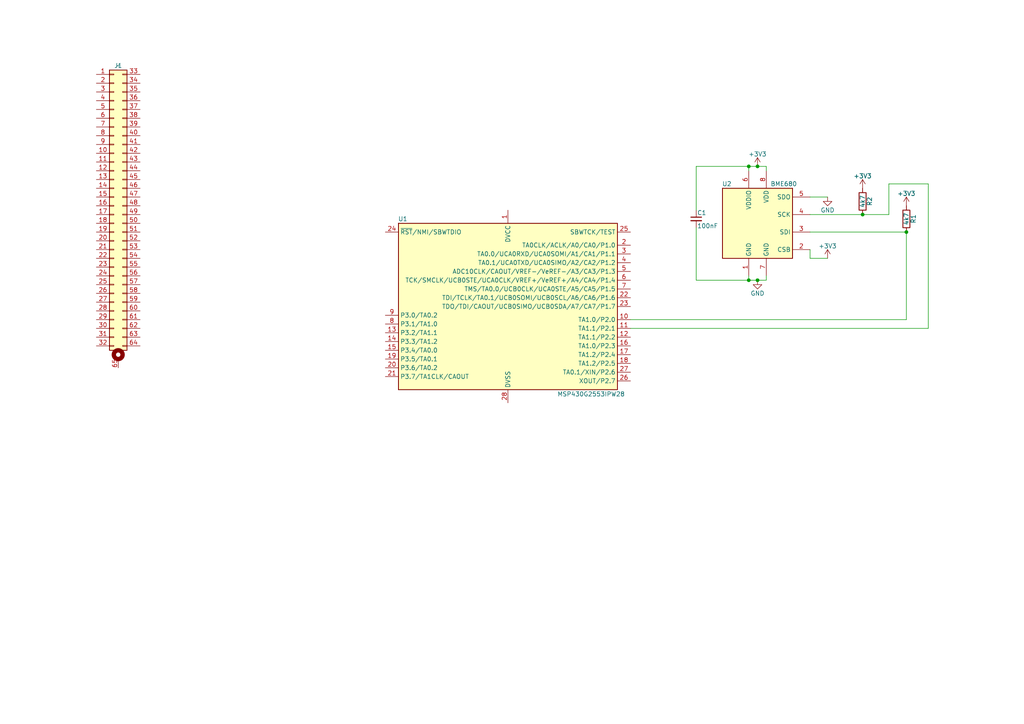
<source format=kicad_sch>
(kicad_sch (version 20230121) (generator eeschema)
  (paper "A4")
  (lib_symbols
    (symbol "Device:C_Small" (pin_numbers hide) (pin_names (offset 0.254) hide)
      (property "Reference" "C" (at 0.254 1.778 0))
      (property "Value" "C_Small" (at 0.254 -2.032 0))
      (symbol "C_Small_0_1"
        (polyline (pts (xy -1.524 -0.508) (xy 1.524 -0.508)) (stroke (width 0.3302)))
        (polyline (pts (xy -1.524 0.508) (xy 1.524 0.508)) (stroke (width 0.3048)))
      )
      (symbol "C_Small_1_1"
        (pin passive line (at 0 2.54 270) (length 2.032) (name "~") (number "1"))
        (pin passive line (at 0 -2.54 90) (length 2.032) (name "~") (number "2"))
      )
    )
    (symbol "Device:R" (pin_numbers hide) (pin_names (offset 0))
      (property "Reference" "R" (at 2.032 0 90))
      (property "Value" "R" (at 0 0 90))
      (symbol "R_0_1"
        (rectangle (start -1.016 -2.54) (end 1.016 2.54) (stroke (width 0.254)))
      )
      (symbol "R_1_1"
        (pin passive line (at 0 3.81 270) (length 1.27) (name "~") (number "1"))
        (pin passive line (at 0 -3.81 90) (length 1.27) (name "~") (number "2"))
      )
    )
    (symbol "HS2_Symbols:PCI104" (pin_names hide)
      (property "Reference" "J" (at 0 0 0))
      (symbol "PCI104_0_1"
        (circle (center 0 -83.82) (radius 1.27) (stroke (width 1.27)))
      )
      (symbol "PCI104_1_1"
        (rectangle (start -2.54 -81.153) (end -1.27 -81.407) (stroke (width 0.1524)))
        (rectangle (start -2.54 -78.613) (end -1.27 -78.867) (stroke (width 0.1524)))
        (rectangle (start -2.54 -76.073) (end -1.27 -76.327) (stroke (width 0.1524)))
        (rectangle (start -2.54 -73.533) (end -1.27 -73.787) (stroke (width 0.1524)))
        (rectangle (start -2.54 -70.993) (end -1.27 -71.247) (stroke (width 0.1524)))
        (rectangle (start -2.54 -68.453) (end -1.27 -68.707) (stroke (width 0.1524)))
        (rectangle (start -2.54 -65.913) (end -1.27 -66.167) (stroke (width 0.1524)))
        (rectangle (start -2.54 -63.373) (end -1.27 -63.627) (stroke (width 0.1524)))
        (rectangle (start -2.54 -60.833) (end -1.27 -61.087) (stroke (width 0.1524)))
        (rectangle (start -2.54 -58.293) (end -1.27 -58.547) (stroke (width 0.1524)))
        (rectangle (start -2.54 -55.753) (end -1.27 -56.007) (stroke (width 0.1524)))
        (rectangle (start -2.54 -53.213) (end -1.27 -53.467) (stroke (width 0.1524)))
        (rectangle (start -2.54 -50.673) (end -1.27 -50.927) (stroke (width 0.1524)))
        (rectangle (start -2.54 -48.133) (end -1.27 -48.387) (stroke (width 0.1524)))
        (rectangle (start -2.54 -45.593) (end -1.27 -45.847) (stroke (width 0.1524)))
        (rectangle (start -2.54 -43.053) (end -1.27 -43.307) (stroke (width 0.1524)))
        (rectangle (start -2.54 -40.513) (end -1.27 -40.767) (stroke (width 0.1524)))
        (rectangle (start -2.54 -37.973) (end -1.27 -38.227) (stroke (width 0.1524)))
        (rectangle (start -2.54 -35.433) (end -1.27 -35.687) (stroke (width 0.1524)))
        (rectangle (start -2.54 -32.893) (end -1.27 -33.147) (stroke (width 0.1524)))
        (rectangle (start -2.54 -30.353) (end -1.27 -30.607) (stroke (width 0.1524)))
        (rectangle (start -2.54 -27.813) (end -1.27 -28.067) (stroke (width 0.1524)))
        (rectangle (start -2.54 -25.273) (end -1.27 -25.527) (stroke (width 0.1524)))
        (rectangle (start -2.54 -22.733) (end -1.27 -22.987) (stroke (width 0.1524)))
        (rectangle (start -2.54 -20.193) (end -1.27 -20.447) (stroke (width 0.1524)))
        (rectangle (start -2.54 -17.653) (end -1.27 -17.907) (stroke (width 0.1524)))
        (rectangle (start -2.54 -15.113) (end -1.27 -15.367) (stroke (width 0.1524)))
        (rectangle (start -2.54 -12.573) (end -1.27 -12.827) (stroke (width 0.1524)))
        (rectangle (start -2.54 -10.033) (end -1.27 -10.287) (stroke (width 0.1524)))
        (rectangle (start -2.54 -7.493) (end -1.27 -7.747) (stroke (width 0.1524)))
        (rectangle (start -2.54 -4.953) (end -1.27 -5.207) (stroke (width 0.1524)))
        (rectangle (start -2.54 -2.413) (end -1.27 -2.667) (stroke (width 0.1524)))
        (rectangle (start -2.54 -1.27) (end 2.54 -82.55) (stroke (width 0.254)) (fill (type background)))
        (rectangle (start 2.54 -81.153) (end 1.27 -81.407) (stroke (width 0.1524)))
        (rectangle (start 2.54 -78.613) (end 1.27 -78.867) (stroke (width 0.1524)))
        (rectangle (start 2.54 -76.073) (end 1.27 -76.327) (stroke (width 0.1524)))
        (rectangle (start 2.54 -73.533) (end 1.27 -73.787) (stroke (width 0.1524)))
        (rectangle (start 2.54 -70.993) (end 1.27 -71.247) (stroke (width 0.1524)))
        (rectangle (start 2.54 -68.453) (end 1.27 -68.707) (stroke (width 0.1524)))
        (rectangle (start 2.54 -65.913) (end 1.27 -66.167) (stroke (width 0.1524)))
        (rectangle (start 2.54 -63.373) (end 1.27 -63.627) (stroke (width 0.1524)))
        (rectangle (start 2.54 -60.833) (end 1.27 -61.087) (stroke (width 0.1524)))
        (rectangle (start 2.54 -58.293) (end 1.27 -58.547) (stroke (width 0.1524)))
        (rectangle (start 2.54 -55.753) (end 1.27 -56.007) (stroke (width 0.1524)))
        (rectangle (start 2.54 -53.213) (end 1.27 -53.467) (stroke (width 0.1524)))
        (rectangle (start 2.54 -50.673) (end 1.27 -50.927) (stroke (width 0.1524)))
        (rectangle (start 2.54 -48.133) (end 1.27 -48.387) (stroke (width 0.1524)))
        (rectangle (start 2.54 -45.593) (end 1.27 -45.847) (stroke (width 0.1524)))
        (rectangle (start 2.54 -43.053) (end 1.27 -43.307) (stroke (width 0.1524)))
        (rectangle (start 2.54 -40.513) (end 1.27 -40.767) (stroke (width 0.1524)))
        (rectangle (start 2.54 -37.973) (end 1.27 -38.227) (stroke (width 0.1524)))
        (rectangle (start 2.54 -35.433) (end 1.27 -35.687) (stroke (width 0.1524)))
        (rectangle (start 2.54 -32.893) (end 1.27 -33.147) (stroke (width 0.1524)))
        (rectangle (start 2.54 -30.353) (end 1.27 -30.607) (stroke (width 0.1524)))
        (rectangle (start 2.54 -27.813) (end 1.27 -28.067) (stroke (width 0.1524)))
        (rectangle (start 2.54 -25.273) (end 1.27 -25.527) (stroke (width 0.1524)))
        (rectangle (start 2.54 -22.733) (end 1.27 -22.987) (stroke (width 0.1524)))
        (rectangle (start 2.54 -20.193) (end 1.27 -20.447) (stroke (width 0.1524)))
        (rectangle (start 2.54 -17.653) (end 1.27 -17.907) (stroke (width 0.1524)))
        (rectangle (start 2.54 -15.113) (end 1.27 -15.367) (stroke (width 0.1524)))
        (rectangle (start 2.54 -12.573) (end 1.27 -12.827) (stroke (width 0.1524)))
        (rectangle (start 2.54 -10.033) (end 1.27 -10.287) (stroke (width 0.1524)))
        (rectangle (start 2.54 -7.493) (end 1.27 -7.747) (stroke (width 0.1524)))
        (rectangle (start 2.54 -4.953) (end 1.27 -5.207) (stroke (width 0.1524)))
        (rectangle (start 2.54 -2.413) (end 1.27 -2.667) (stroke (width 0.1524)))
        (pin passive line (at -6.35 -2.54 0) (length 3.81) (name "Pin_1") (number "1"))
        (pin passive line (at -6.35 -25.4 0) (length 3.81) (name "Pin_10") (number "10"))
        (pin passive line (at -6.35 -27.94 0) (length 3.81) (name "Pin_11") (number "11"))
        (pin passive line (at -6.35 -30.48 0) (length 3.81) (name "Pin_12") (number "12"))
        (pin passive line (at -6.35 -33.02 0) (length 3.81) (name "Pin_13") (number "13"))
        (pin passive line (at -6.35 -35.56 0) (length 3.81) (name "Pin_14") (number "14"))
        (pin passive line (at -6.35 -38.1 0) (length 3.81) (name "Pin_15") (number "15"))
        (pin passive line (at -6.35 -40.64 0) (length 3.81) (name "Pin_16") (number "16"))
        (pin passive line (at -6.35 -43.18 0) (length 3.81) (name "Pin_17") (number "17"))
        (pin passive line (at -6.35 -45.72 0) (length 3.81) (name "Pin_18") (number "18"))
        (pin passive line (at -6.35 -48.26 0) (length 3.81) (name "Pin_19") (number "19"))
        (pin passive line (at -6.35 -5.08 0) (length 3.81) (name "Pin_2") (number "2"))
        (pin passive line (at -6.35 -50.8 0) (length 3.81) (name "Pin_20") (number "20"))
        (pin passive line (at -6.35 -53.34 0) (length 3.81) (name "Pin_21") (number "21"))
        (pin passive line (at -6.35 -55.88 0) (length 3.81) (name "Pin_22") (number "22"))
        (pin passive line (at -6.35 -58.42 0) (length 3.81) (name "Pin_23") (number "23"))
        (pin passive line (at -6.35 -60.96 0) (length 3.81) (name "Pin_24") (number "24"))
        (pin passive line (at -6.35 -63.5 0) (length 3.81) (name "Pin_25") (number "25"))
        (pin passive line (at -6.35 -66.04 0) (length 3.81) (name "Pin_26") (number "26"))
        (pin passive line (at -6.35 -68.58 0) (length 3.81) (name "Pin_27") (number "27"))
        (pin passive line (at -6.35 -71.12 0) (length 3.81) (name "Pin_28") (number "28"))
        (pin passive line (at -6.35 -73.66 0) (length 3.81) (name "Pin_29") (number "29"))
        (pin passive line (at -6.35 -7.62 0) (length 3.81) (name "Pin_3") (number "3"))
        (pin passive line (at -6.35 -76.2 0) (length 3.81) (name "Pin_30") (number "30"))
        (pin passive line (at -6.35 -78.74 0) (length 3.81) (name "Pin_31") (number "31"))
        (pin passive line (at -6.35 -81.28 0) (length 3.81) (name "Pin_32") (number "32"))
        (pin passive line (at 6.35 -2.54 180) (length 3.81) (name "Pin_33") (number "33"))
        (pin passive line (at 6.35 -5.08 180) (length 3.81) (name "Pin_34") (number "34"))
        (pin passive line (at 6.35 -7.62 180) (length 3.81) (name "Pin_35") (number "35"))
        (pin passive line (at 6.35 -10.16 180) (length 3.81) (name "Pin_36") (number "36"))
        (pin passive line (at 6.35 -12.7 180) (length 3.81) (name "Pin_37") (number "37"))
        (pin passive line (at 6.35 -15.24 180) (length 3.81) (name "Pin_38") (number "38"))
        (pin passive line (at 6.35 -17.78 180) (length 3.81) (name "Pin_39") (number "39"))
        (pin passive line (at -6.35 -10.16 0) (length 3.81) (name "Pin_4") (number "4"))
        (pin passive line (at 6.35 -20.32 180) (length 3.81) (name "Pin_40") (number "40"))
        (pin passive line (at 6.35 -22.86 180) (length 3.81) (name "Pin_41") (number "41"))
        (pin passive line (at 6.35 -25.4 180) (length 3.81) (name "Pin_42") (number "42"))
        (pin passive line (at 6.35 -27.94 180) (length 3.81) (name "Pin_43") (number "43"))
        (pin passive line (at 6.35 -30.48 180) (length 3.81) (name "Pin_44") (number "44"))
        (pin passive line (at 6.35 -33.02 180) (length 3.81) (name "Pin_45") (number "45"))
        (pin passive line (at 6.35 -35.56 180) (length 3.81) (name "Pin_46") (number "46"))
        (pin passive line (at 6.35 -38.1 180) (length 3.81) (name "Pin_47") (number "47"))
        (pin passive line (at 6.35 -40.64 180) (length 3.81) (name "Pin_48") (number "48"))
        (pin passive line (at 6.35 -43.18 180) (length 3.81) (name "Pin_49") (number "49"))
        (pin passive line (at -6.35 -12.7 0) (length 3.81) (name "Pin_5") (number "5"))
        (pin passive line (at 6.35 -45.72 180) (length 3.81) (name "Pin_50") (number "50"))
        (pin passive line (at 6.35 -48.26 180) (length 3.81) (name "Pin_51") (number "51"))
        (pin passive line (at 6.35 -50.8 180) (length 3.81) (name "Pin_52") (number "52"))
        (pin passive line (at 6.35 -53.34 180) (length 3.81) (name "Pin_53") (number "53"))
        (pin passive line (at 6.35 -55.88 180) (length 3.81) (name "Pin_54") (number "54"))
        (pin passive line (at 6.35 -58.42 180) (length 3.81) (name "Pin_55") (number "55"))
        (pin passive line (at 6.35 -60.96 180) (length 3.81) (name "Pin_56") (number "56"))
        (pin passive line (at 6.35 -63.5 180) (length 3.81) (name "Pin_57") (number "57"))
        (pin passive line (at 6.35 -66.04 180) (length 3.81) (name "Pin_58") (number "58"))
        (pin passive line (at 6.35 -68.58 180) (length 3.81) (name "Pin_59") (number "59"))
        (pin passive line (at -6.35 -15.24 0) (length 3.81) (name "Pin_6") (number "6"))
        (pin passive line (at 6.35 -71.12 180) (length 3.81) (name "Pin_60") (number "60"))
        (pin passive line (at 6.35 -73.66 180) (length 3.81) (name "Pin_61") (number "61"))
        (pin passive line (at 6.35 -76.2 180) (length 3.81) (name "Pin_62") (number "62"))
        (pin passive line (at 6.35 -78.74 180) (length 3.81) (name "Pin_63") (number "63"))
        (pin passive line (at 6.35 -81.28 180) (length 3.81) (name "Pin_64") (number "64"))
        (pin passive line (at 0 -87.63 90) (length 2.54) (name "Holes") (number "65"))
        (pin passive line (at -6.35 -17.78 0) (length 3.81) (name "Pin_7") (number "7"))
        (pin passive line (at -6.35 -20.32 0) (length 3.81) (name "Pin_8") (number "8"))
        (pin passive line (at -6.35 -22.86 0) (length 3.81) (name "Pin_9") (number "9"))
      )
    )
    (symbol "MCU_Texas_MSP430:MSP430G2553IPW28"
      (property "Reference" "U" (at -30.48 25.4 0))
      (property "Value" "MSP430G2553IPW28" (at 24.13 -25.4 0))
      (symbol "MSP430G2553IPW28_0_1"
        (rectangle (start -31.75 24.13) (end 31.75 -24.13) (stroke (width 0.254)) (fill (type background)))
      )
      (symbol "MSP430G2553IPW28_1_1"
        (pin power_in line (at 0 27.94 270) (length 3.81) (name "DVCC") (number "1"))
        (pin bidirectional line (at 35.56 -3.81 180) (length 3.81) (name "TA1.0/P2.0") (number "10"))
        (pin bidirectional line (at 35.56 -6.35 180) (length 3.81) (name "TA1.1/P2.1") (number "11"))
        (pin bidirectional line (at 35.56 -8.89 180) (length 3.81) (name "TA1.1/P2.2") (number "12"))
        (pin bidirectional line (at -35.56 -7.62 0) (length 3.81) (name "P3.2/TA1.1") (number "13"))
        (pin bidirectional line (at -35.56 -10.16 0) (length 3.81) (name "P3.3/TA1.2") (number "14"))
        (pin bidirectional line (at -35.56 -12.7 0) (length 3.81) (name "P3.4/TA0.0") (number "15"))
        (pin bidirectional line (at 35.56 -11.43 180) (length 3.81) (name "TA1.0/P2.3") (number "16"))
        (pin bidirectional line (at 35.56 -13.97 180) (length 3.81) (name "TA1.2/P2.4") (number "17"))
        (pin bidirectional line (at 35.56 -16.51 180) (length 3.81) (name "TA1.2/P2.5") (number "18"))
        (pin bidirectional line (at -35.56 -15.24 0) (length 3.81) (name "P3.5/TA0.1") (number "19"))
        (pin bidirectional line (at 35.56 17.78 180) (length 3.81) (name "TA0CLK/ACLK/A0/CA0/P1.0") (number "2"))
        (pin bidirectional line (at -35.56 -17.78 0) (length 3.81) (name "P3.6/TA0.2") (number "20"))
        (pin bidirectional line (at -35.56 -20.32 0) (length 3.81) (name "P3.7/TA1CLK/CAOUT") (number "21"))
        (pin bidirectional line (at 35.56 2.54 180) (length 3.81) (name "TDI/TCLK/TA0.1/UCB0SOMI/UCB0SCL/A6/CA6/P1.6") (number "22"))
        (pin bidirectional line (at 35.56 0 180) (length 3.81) (name "TDO/TDI/CAOUT/UCB0SIMO/UCB0SDA/A7/CA7/P1.7") (number "23"))
        (pin input line (at -35.56 21.59 0) (length 3.81) (name "~{RST}/NMI/SBWTDIO") (number "24"))
        (pin input line (at 35.56 21.59 180) (length 3.81) (name "SBWTCK/TEST") (number "25"))
        (pin bidirectional line (at 35.56 -21.59 180) (length 3.81) (name "XOUT/P2.7") (number "26"))
        (pin bidirectional line (at 35.56 -19.05 180) (length 3.81) (name "TA0.1/XIN/P2.6") (number "27"))
        (pin power_in line (at 0 -27.94 90) (length 3.81) (name "DVSS") (number "28"))
        (pin bidirectional line (at 35.56 15.24 180) (length 3.81) (name "TA0.0/UCA0RXD/UCA0SOMI/A1/CA1/P1.1") (number "3"))
        (pin bidirectional line (at 35.56 12.7 180) (length 3.81) (name "TA0.1/UCA0TXD/UCA0SIMO/A2/CA2/P1.2") (number "4"))
        (pin bidirectional line (at 35.56 10.16 180) (length 3.81) (name "ADC10CLK/CAOUT/VREF-/VeREF-/A3/CA3/P1.3") (number "5"))
        (pin bidirectional line (at 35.56 7.62 180) (length 3.81) (name "TCK/SMCLK/UCB0STE/UCA0CLK/VREF+/VeREF+/A4/CA4/P1.4") (number "6"))
        (pin bidirectional line (at 35.56 5.08 180) (length 3.81) (name "TMS/TA0.0/UCB0CLK/UCA0STE/A5/CA5/P1.5") (number "7"))
        (pin bidirectional line (at -35.56 -5.08 0) (length 3.81) (name "P3.1/TA1.0") (number "8"))
        (pin bidirectional line (at -35.56 -2.54 0) (length 3.81) (name "P3.0/TA0.2") (number "9"))
      )
    )
    (symbol "Sensor:BME680"
      (property "Reference" "U" (at -8.89 11.43 0))
      (property "Value" "BME680" (at 7.62 11.43 0))
      (symbol "BME680_0_1"
        (rectangle (start -10.16 10.16) (end 10.16 -10.16) (stroke (width 0.254)) (fill (type background)))
      )
      (symbol "BME680_1_1"
        (pin power_in line (at -2.54 -15.24 90) (length 5.08) (name "GND") (number "1"))
        (pin input line (at 15.24 -7.62 180) (length 5.08) (name "CSB") (number "2"))
        (pin bidirectional line (at 15.24 -2.54 180) (length 5.08) (name "SDI") (number "3"))
        (pin input line (at 15.24 2.54 180) (length 5.08) (name "SCK") (number "4"))
        (pin bidirectional line (at 15.24 7.62 180) (length 5.08) (name "SDO") (number "5"))
        (pin power_in line (at -2.54 15.24 270) (length 5.08) (name "VDDIO") (number "6"))
        (pin power_in line (at 2.54 -15.24 90) (length 5.08) (name "GND") (number "7"))
        (pin power_in line (at 2.54 15.24 270) (length 5.08) (name "VDD") (number "8"))
      )
    )
    (symbol "power:+3V3" (power) (pin_names (offset 0))
      (property "Value" "+3V3" (at 0 3.556 0))
      (symbol "+3V3_0_1"
        (polyline (pts (xy -0.762 1.27) (xy 0 2.54)))
        (polyline (pts (xy 0 0) (xy 0 2.54)))
        (polyline (pts (xy 0 2.54) (xy 0.762 1.27)))
      )
      (symbol "+3V3_1_1"
        (pin power_in line (at 0 0 90) (length 0) hide (name "+3V3") (number "1"))
      )
    )
    (symbol "power:GND" (power) (pin_names (offset 0))
      (property "Value" "GND" (at 0 -3.81 0))
      (symbol "GND_0_1"
        (polyline (pts (xy 0 0) (xy 0 -1.27) (xy 1.27 -1.27) (xy 0 -2.54) (xy -1.27 -1.27) (xy 0 -1.27)))
      )
      (symbol "GND_1_1"
        (pin power_in line (at 0 0 270) (length 0) hide (name "GND") (number "1"))
      )
    )
  )
  (junction (at 219.71 48.26))
  (junction (at 219.71 81.28))
  (junction (at 262.89 67.31))
  (junction (at 250.19 62.23))
  (junction (at 217.17 81.28))
  (junction (at 217.17 48.26))
  (wire (pts (xy 262.89 67.31) (xy 262.89 92.71)))
  (wire (pts (xy 222.25 81.28) (xy 219.71 81.28)))
  (wire (pts (xy 240.03 74.93) (xy 234.95 74.93)))
  (wire (pts (xy 217.17 81.28) (xy 219.71 81.28)))
  (wire (pts (xy 269.24 95.25) (xy 182.88 95.25)))
  (wire (pts (xy 257.81 53.34) (xy 269.24 53.34)))
  (wire (pts (xy 201.93 48.26) (xy 217.17 48.26)))
  (wire (pts (xy 201.93 81.28) (xy 217.17 81.28)))
  (wire (pts (xy 201.93 66.04) (xy 201.93 81.28)))
  (wire (pts (xy 257.81 62.23) (xy 257.81 53.34)))
  (wire (pts (xy 269.24 53.34) (xy 269.24 95.25)))
  (wire (pts (xy 201.93 48.26) (xy 201.93 60.96)))
  (wire (pts (xy 217.17 48.26) (xy 217.17 49.53)))
  (wire (pts (xy 219.71 48.26) (xy 222.25 48.26)))
  (wire (pts (xy 234.95 67.31) (xy 262.89 67.31)))
  (wire (pts (xy 217.17 48.26) (xy 219.71 48.26)))
  (wire (pts (xy 262.89 92.71) (xy 182.88 92.71)))
  (wire (pts (xy 234.95 57.15) (xy 240.03 57.15)))
  (wire (pts (xy 222.25 48.26) (xy 222.25 49.53)))
  (wire (pts (xy 222.25 80.01) (xy 222.25 81.28)))
  (wire (pts (xy 234.95 74.93) (xy 234.95 72.39)))
  (wire (pts (xy 250.19 62.23) (xy 257.81 62.23)))
  (wire (pts (xy 217.17 80.01) (xy 217.17 81.28)))
  (wire (pts (xy 234.95 62.23) (xy 250.19 62.23)))
  (symbol (lib_id "Device:R") (at 250.19 58.42 0) (unit 1)
    (property "Reference" "R2" (at 252.222 58.42 90))
    (property "Value" "4k7" (at 250.19 58.42 90))
  )
  (symbol (lib_id "Device:R") (at 262.89 63.5 0) (unit 1)
    (property "Reference" "R1" (at 264.922 63.5 90))
    (property "Value" "4k7" (at 262.89 63.5 90))
  )
  (symbol (lib_id "Device:C_Small") (at 201.93 63.5 0) (unit 1)
    (property "Reference" "C1" (at 202.184 61.722 0) (effects (justify left)))
    (property "Value" "100nF" (at 202.184 65.532 0) (effects (justify left)))
  )
  (symbol (lib_id "power:+3V3") (at 250.19 54.61 0) (unit 1)
    (property "Reference" "#PWR05" (effects hide))
    (property "Value" "+3V3" (at 250.19 51.054 0))
  )
  (symbol (lib_id "power:+3V3") (at 240.03 74.93 0) (unit 1)
    (property "Reference" "#PWR04" (effects hide))
    (property "Value" "+3V3" (at 240.03 71.374 0))
  )
  (symbol (lib_id "power:+3V3") (at 219.71 48.26 0) (unit 1)
    (property "Reference" "#PWR03" (effects hide))
    (property "Value" "+3V3" (at 219.71 44.704 0))
  )
  (symbol (lib_id "power:GND") (at 219.71 81.28 0) (unit 1)
    (property "Reference" "#PWR01" (effects hide))
    (property "Value" "GND" (at 219.71 85.09 0))
  )
  (symbol (lib_id "HS2_Symbols:PCI104") (at 34.29 19.05 0) (unit 1)
    (property "Reference" "J1" (at 34.29 19.05 0))
    (property "Value" "~" (at 34.29 19.05 0))
  )
  (symbol (lib_id "power:GND") (at 240.03 57.15 0) (unit 1)
    (property "Reference" "#PWR02" (effects hide))
    (property "Value" "GND" (at 240.03 60.96 0))
  )
  (symbol (lib_id "power:+3V3") (at 262.89 59.69 0) (unit 1)
    (property "Reference" "#PWR06" (effects hide))
    (property "Value" "+3V3" (at 262.89 56.134 0))
  )
  (symbol (lib_id "MCU_Texas_MSP430:MSP430G2553IPW28") (at 147.32 88.9 0) (unit 1)
    (property "Reference" "U1" (at 116.84 63.5 0))
    (property "Value" "MSP430G2553IPW28" (at 171.45 114.3 0))
    (property "Footprint" "Package_SO:TSSOP-28_4.4x9.7mm_P0.65mm" (effects hide))
    (property "Datasheet" "http://www.ti.com/lit/ds/symlink/msp430g2553.pdf" (effects hide))
  )
  (symbol (lib_id "Sensor:BME680") (at 219.71 64.77 0) (unit 1)
    (property "Reference" "U2" (at 210.82 53.34 0))
    (property "Value" "BME680" (at 227.33 53.34 0))
    (property "Footprint" "Package_LGA:Bosch_LGA-8_3x3mm_P0.8mm_ClockwisePinNumbering" (effects hide))
    (property "Datasheet" "https://ae-bst.resource.bosch.com/media/_tech/media/datasheets/BST-BME680-DS001.pdf" (effects hide))
  )
)
</source>
